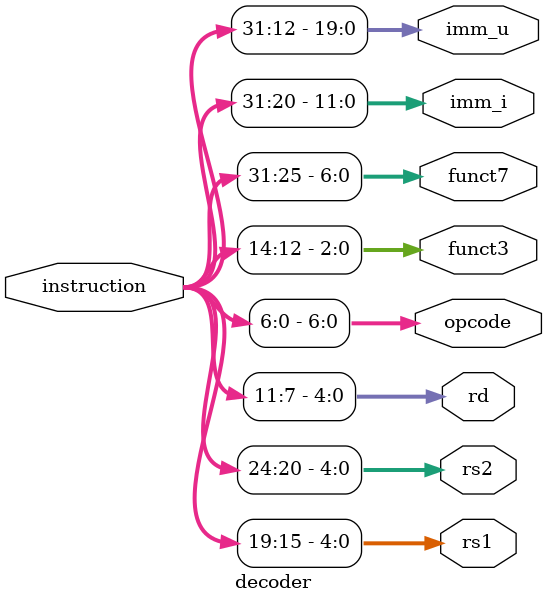
<source format=sv>
module decoder (
    input logic [31:0] instruction,
    output logic [4:0] rs1,
    output logic [4:0] rs2,
    output logic [4:0] rd,
    output logic [6:0] opcode,
    output logic [2:0] funct3,
    output logic [6:0] funct7,
    output logic [11:0] imm_i,
    output logic [19:0] imm_u
);
    always_comb begin
        rs1    = instruction[19:15];
        rs2    = instruction[24:20];
        rd     = instruction[11:7];
        opcode  = instruction[6:0];
        funct3  = instruction[14:12];
        funct7  = instruction[31:25];
        imm_i    = instruction[31:20]; // Example for I-type immediate
        imm_u    = instruction[31:12]; // Example for U-type immediate
    end
endmodule

</source>
